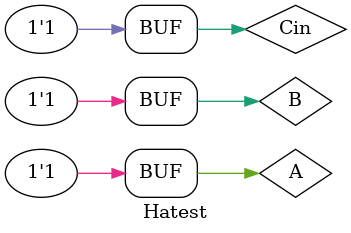
<source format=v>
module FullAdder(a,b,cin,s,cout);
input a,b,cin;
output s,cout;
wire t1,t2,t3;

xor(t1,a,b);
and(t2,a,b);
xor(s,t1,cin);
and(t3,t1,cin);
xor(cout,t3,t2);

endmodule

module Hatest;
reg A,B;
reg Cin;
wire S;
wire Cout;

FullAdder fa1(A,B,Cin,S,Cout);

initial 
begin
	A=1'b0;B=1'b0;Cin=1'b0;
	#5 A=1'b0;B=1'b1;Cin=1'b0;
	#5 A=1'b1;B=1'b0;Cin=1'b0;
	#5 A=1'b1;B=1'b1;Cin=1'b0;
	#5 A=1'b0;B=1'b0;Cin=1'b1;
	#5 A=1'b0;B=1'b1;Cin=1'b1;
	#5 A=1'b1;B=1'b0;Cin=1'b1;
	#5 A=1'b1;B=1'b1;Cin=1'b1;
end

initial 
	$monitor($time,"A=%b,B=%b,Cin=%b---S=%b,Cout=%b",A,B,Cin,S,Cout);

endmodule 
</source>
